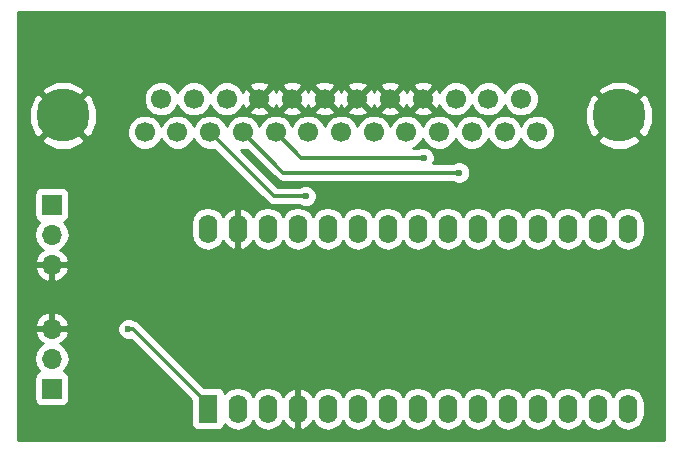
<source format=gbl>
G04 #@! TF.FileFunction,Copper,L2,Bot,Signal*
%FSLAX46Y46*%
G04 Gerber Fmt 4.6, Leading zero omitted, Abs format (unit mm)*
G04 Created by KiCad (PCBNEW 4.0.5) date 07/09/17 13:00:44*
%MOMM*%
%LPD*%
G01*
G04 APERTURE LIST*
%ADD10C,0.100000*%
%ADD11R,1.600000X2.400000*%
%ADD12O,1.600000X2.400000*%
%ADD13R,1.700000X1.700000*%
%ADD14O,1.700000X1.700000*%
%ADD15C,4.500000*%
%ADD16C,1.700000*%
%ADD17C,0.600000*%
%ADD18C,0.300000*%
%ADD19C,0.254000*%
G04 APERTURE END LIST*
D10*
D11*
X186220000Y-121240000D03*
D12*
X219240000Y-106000000D03*
X188760000Y-121240000D03*
X216700000Y-106000000D03*
X191300000Y-121240000D03*
X214160000Y-106000000D03*
X193840000Y-121240000D03*
X211620000Y-106000000D03*
X196380000Y-121240000D03*
X209080000Y-106000000D03*
X198920000Y-121240000D03*
X206540000Y-106000000D03*
X201460000Y-121240000D03*
X204000000Y-106000000D03*
X204000000Y-121240000D03*
X201460000Y-106000000D03*
X206540000Y-121240000D03*
X198920000Y-106000000D03*
X209080000Y-121240000D03*
X196380000Y-106000000D03*
X211620000Y-121240000D03*
X193840000Y-106000000D03*
X214160000Y-121240000D03*
X191300000Y-106000000D03*
X216700000Y-121240000D03*
X188760000Y-106000000D03*
X219240000Y-121240000D03*
X186220000Y-106000000D03*
X221780000Y-121240000D03*
X221780000Y-106000000D03*
D13*
X173000000Y-103960000D03*
D14*
X173000000Y-106500000D03*
X173000000Y-109040000D03*
D13*
X173000000Y-119540000D03*
D14*
X173000000Y-117000000D03*
X173000000Y-114460000D03*
D15*
X173950000Y-96420000D03*
X221050000Y-96420000D03*
D16*
X214120000Y-97840000D03*
X211350000Y-97840000D03*
X208580000Y-97840000D03*
X205810000Y-97840000D03*
X203040000Y-97840000D03*
X200270000Y-97840000D03*
X197500000Y-97840000D03*
X194730000Y-97840000D03*
X191960000Y-97840000D03*
X189190000Y-97840000D03*
X186420000Y-97840000D03*
X183650000Y-97840000D03*
X180880000Y-97840000D03*
X212735000Y-95000000D03*
X209965000Y-95000000D03*
X207195000Y-95000000D03*
X204425000Y-95000000D03*
X201655000Y-95000000D03*
X198885000Y-95000000D03*
X196115000Y-95000000D03*
X193345000Y-95000000D03*
X190575000Y-95000000D03*
X187805000Y-95000000D03*
X185035000Y-95000000D03*
X182265000Y-95000000D03*
D17*
X176500000Y-108750000D03*
X182750000Y-111500000D03*
X179500000Y-118250000D03*
X176000000Y-117250000D03*
X204500000Y-100000000D03*
X207500000Y-101250000D03*
X194500000Y-103250000D03*
X179500000Y-114500000D03*
D18*
X191960000Y-97840000D02*
X194120000Y-100000000D01*
X194120000Y-100000000D02*
X204500000Y-100000000D01*
X192600000Y-101250000D02*
X207500000Y-101250000D01*
X189190000Y-97840000D02*
X192600000Y-101250000D01*
X191830000Y-103250000D02*
X194500000Y-103250000D01*
X186420000Y-97840000D02*
X191830000Y-103250000D01*
X186220000Y-121240000D02*
X186220000Y-120840000D01*
X186220000Y-120840000D02*
X179880000Y-114500000D01*
X179880000Y-114500000D02*
X179500000Y-114500000D01*
D19*
G36*
X224873000Y-123873000D02*
X170127000Y-123873000D01*
X170127000Y-117000000D01*
X171485907Y-117000000D01*
X171598946Y-117568285D01*
X171920853Y-118050054D01*
X171962452Y-118077850D01*
X171914683Y-118086838D01*
X171698559Y-118225910D01*
X171553569Y-118438110D01*
X171502560Y-118690000D01*
X171502560Y-120390000D01*
X171546838Y-120625317D01*
X171685910Y-120841441D01*
X171898110Y-120986431D01*
X172150000Y-121037440D01*
X173850000Y-121037440D01*
X174085317Y-120993162D01*
X174301441Y-120854090D01*
X174446431Y-120641890D01*
X174497440Y-120390000D01*
X174497440Y-118690000D01*
X174453162Y-118454683D01*
X174314090Y-118238559D01*
X174101890Y-118093569D01*
X174034459Y-118079914D01*
X174079147Y-118050054D01*
X174401054Y-117568285D01*
X174514093Y-117000000D01*
X174401054Y-116431715D01*
X174079147Y-115949946D01*
X173738447Y-115722298D01*
X173881358Y-115655183D01*
X174271645Y-115226924D01*
X174441476Y-114816890D01*
X174371962Y-114685167D01*
X178564838Y-114685167D01*
X178706883Y-115028943D01*
X178969673Y-115292192D01*
X179313201Y-115434838D01*
X179685167Y-115435162D01*
X179699204Y-115429362D01*
X184772560Y-120502718D01*
X184772560Y-122440000D01*
X184816838Y-122675317D01*
X184955910Y-122891441D01*
X185168110Y-123036431D01*
X185420000Y-123087440D01*
X187020000Y-123087440D01*
X187255317Y-123043162D01*
X187471441Y-122904090D01*
X187616431Y-122691890D01*
X187646597Y-122542926D01*
X187745302Y-122690648D01*
X188210849Y-123001717D01*
X188760000Y-123110950D01*
X189309151Y-123001717D01*
X189774698Y-122690648D01*
X190030000Y-122308562D01*
X190285302Y-122690648D01*
X190750849Y-123001717D01*
X191300000Y-123110950D01*
X191849151Y-123001717D01*
X192314698Y-122690648D01*
X192567507Y-122312293D01*
X192915104Y-122744500D01*
X193408181Y-123014367D01*
X193490961Y-123031904D01*
X193713000Y-122909915D01*
X193713000Y-121367000D01*
X193693000Y-121367000D01*
X193693000Y-121113000D01*
X193713000Y-121113000D01*
X193713000Y-119570085D01*
X193967000Y-119570085D01*
X193967000Y-121113000D01*
X193987000Y-121113000D01*
X193987000Y-121367000D01*
X193967000Y-121367000D01*
X193967000Y-122909915D01*
X194189039Y-123031904D01*
X194271819Y-123014367D01*
X194764896Y-122744500D01*
X195112493Y-122312293D01*
X195365302Y-122690648D01*
X195830849Y-123001717D01*
X196380000Y-123110950D01*
X196929151Y-123001717D01*
X197394698Y-122690648D01*
X197650000Y-122308562D01*
X197905302Y-122690648D01*
X198370849Y-123001717D01*
X198920000Y-123110950D01*
X199469151Y-123001717D01*
X199934698Y-122690648D01*
X200190000Y-122308562D01*
X200445302Y-122690648D01*
X200910849Y-123001717D01*
X201460000Y-123110950D01*
X202009151Y-123001717D01*
X202474698Y-122690648D01*
X202730000Y-122308562D01*
X202985302Y-122690648D01*
X203450849Y-123001717D01*
X204000000Y-123110950D01*
X204549151Y-123001717D01*
X205014698Y-122690648D01*
X205270000Y-122308562D01*
X205525302Y-122690648D01*
X205990849Y-123001717D01*
X206540000Y-123110950D01*
X207089151Y-123001717D01*
X207554698Y-122690648D01*
X207810000Y-122308562D01*
X208065302Y-122690648D01*
X208530849Y-123001717D01*
X209080000Y-123110950D01*
X209629151Y-123001717D01*
X210094698Y-122690648D01*
X210350000Y-122308562D01*
X210605302Y-122690648D01*
X211070849Y-123001717D01*
X211620000Y-123110950D01*
X212169151Y-123001717D01*
X212634698Y-122690648D01*
X212890000Y-122308562D01*
X213145302Y-122690648D01*
X213610849Y-123001717D01*
X214160000Y-123110950D01*
X214709151Y-123001717D01*
X215174698Y-122690648D01*
X215430000Y-122308562D01*
X215685302Y-122690648D01*
X216150849Y-123001717D01*
X216700000Y-123110950D01*
X217249151Y-123001717D01*
X217714698Y-122690648D01*
X217970000Y-122308562D01*
X218225302Y-122690648D01*
X218690849Y-123001717D01*
X219240000Y-123110950D01*
X219789151Y-123001717D01*
X220254698Y-122690648D01*
X220510000Y-122308562D01*
X220765302Y-122690648D01*
X221230849Y-123001717D01*
X221780000Y-123110950D01*
X222329151Y-123001717D01*
X222794698Y-122690648D01*
X223105767Y-122225101D01*
X223215000Y-121675950D01*
X223215000Y-120804050D01*
X223105767Y-120254899D01*
X222794698Y-119789352D01*
X222329151Y-119478283D01*
X221780000Y-119369050D01*
X221230849Y-119478283D01*
X220765302Y-119789352D01*
X220510000Y-120171438D01*
X220254698Y-119789352D01*
X219789151Y-119478283D01*
X219240000Y-119369050D01*
X218690849Y-119478283D01*
X218225302Y-119789352D01*
X217970000Y-120171438D01*
X217714698Y-119789352D01*
X217249151Y-119478283D01*
X216700000Y-119369050D01*
X216150849Y-119478283D01*
X215685302Y-119789352D01*
X215430000Y-120171438D01*
X215174698Y-119789352D01*
X214709151Y-119478283D01*
X214160000Y-119369050D01*
X213610849Y-119478283D01*
X213145302Y-119789352D01*
X212890000Y-120171438D01*
X212634698Y-119789352D01*
X212169151Y-119478283D01*
X211620000Y-119369050D01*
X211070849Y-119478283D01*
X210605302Y-119789352D01*
X210350000Y-120171438D01*
X210094698Y-119789352D01*
X209629151Y-119478283D01*
X209080000Y-119369050D01*
X208530849Y-119478283D01*
X208065302Y-119789352D01*
X207810000Y-120171438D01*
X207554698Y-119789352D01*
X207089151Y-119478283D01*
X206540000Y-119369050D01*
X205990849Y-119478283D01*
X205525302Y-119789352D01*
X205270000Y-120171438D01*
X205014698Y-119789352D01*
X204549151Y-119478283D01*
X204000000Y-119369050D01*
X203450849Y-119478283D01*
X202985302Y-119789352D01*
X202730000Y-120171438D01*
X202474698Y-119789352D01*
X202009151Y-119478283D01*
X201460000Y-119369050D01*
X200910849Y-119478283D01*
X200445302Y-119789352D01*
X200190000Y-120171438D01*
X199934698Y-119789352D01*
X199469151Y-119478283D01*
X198920000Y-119369050D01*
X198370849Y-119478283D01*
X197905302Y-119789352D01*
X197650000Y-120171438D01*
X197394698Y-119789352D01*
X196929151Y-119478283D01*
X196380000Y-119369050D01*
X195830849Y-119478283D01*
X195365302Y-119789352D01*
X195112493Y-120167707D01*
X194764896Y-119735500D01*
X194271819Y-119465633D01*
X194189039Y-119448096D01*
X193967000Y-119570085D01*
X193713000Y-119570085D01*
X193490961Y-119448096D01*
X193408181Y-119465633D01*
X192915104Y-119735500D01*
X192567507Y-120167707D01*
X192314698Y-119789352D01*
X191849151Y-119478283D01*
X191300000Y-119369050D01*
X190750849Y-119478283D01*
X190285302Y-119789352D01*
X190030000Y-120171438D01*
X189774698Y-119789352D01*
X189309151Y-119478283D01*
X188760000Y-119369050D01*
X188210849Y-119478283D01*
X187745302Y-119789352D01*
X187647749Y-119935350D01*
X187623162Y-119804683D01*
X187484090Y-119588559D01*
X187271890Y-119443569D01*
X187020000Y-119392560D01*
X185882718Y-119392560D01*
X180435079Y-113944921D01*
X180180407Y-113774755D01*
X180076531Y-113754093D01*
X180030327Y-113707808D01*
X179686799Y-113565162D01*
X179314833Y-113564838D01*
X178971057Y-113706883D01*
X178707808Y-113969673D01*
X178565162Y-114313201D01*
X178564838Y-114685167D01*
X174371962Y-114685167D01*
X174320155Y-114587000D01*
X173127000Y-114587000D01*
X173127000Y-114607000D01*
X172873000Y-114607000D01*
X172873000Y-114587000D01*
X171679845Y-114587000D01*
X171558524Y-114816890D01*
X171728355Y-115226924D01*
X172118642Y-115655183D01*
X172261553Y-115722298D01*
X171920853Y-115949946D01*
X171598946Y-116431715D01*
X171485907Y-117000000D01*
X170127000Y-117000000D01*
X170127000Y-114103110D01*
X171558524Y-114103110D01*
X171679845Y-114333000D01*
X172873000Y-114333000D01*
X172873000Y-113139181D01*
X173127000Y-113139181D01*
X173127000Y-114333000D01*
X174320155Y-114333000D01*
X174441476Y-114103110D01*
X174271645Y-113693076D01*
X173881358Y-113264817D01*
X173356892Y-113018514D01*
X173127000Y-113139181D01*
X172873000Y-113139181D01*
X172643108Y-113018514D01*
X172118642Y-113264817D01*
X171728355Y-113693076D01*
X171558524Y-114103110D01*
X170127000Y-114103110D01*
X170127000Y-109396890D01*
X171558524Y-109396890D01*
X171728355Y-109806924D01*
X172118642Y-110235183D01*
X172643108Y-110481486D01*
X172873000Y-110360819D01*
X172873000Y-109167000D01*
X173127000Y-109167000D01*
X173127000Y-110360819D01*
X173356892Y-110481486D01*
X173881358Y-110235183D01*
X174271645Y-109806924D01*
X174441476Y-109396890D01*
X174320155Y-109167000D01*
X173127000Y-109167000D01*
X172873000Y-109167000D01*
X171679845Y-109167000D01*
X171558524Y-109396890D01*
X170127000Y-109396890D01*
X170127000Y-106500000D01*
X171485907Y-106500000D01*
X171598946Y-107068285D01*
X171920853Y-107550054D01*
X172261553Y-107777702D01*
X172118642Y-107844817D01*
X171728355Y-108273076D01*
X171558524Y-108683110D01*
X171679845Y-108913000D01*
X172873000Y-108913000D01*
X172873000Y-108893000D01*
X173127000Y-108893000D01*
X173127000Y-108913000D01*
X174320155Y-108913000D01*
X174441476Y-108683110D01*
X174271645Y-108273076D01*
X173881358Y-107844817D01*
X173738447Y-107777702D01*
X174079147Y-107550054D01*
X174401054Y-107068285D01*
X174514093Y-106500000D01*
X174401054Y-105931715D01*
X174155389Y-105564050D01*
X184785000Y-105564050D01*
X184785000Y-106435950D01*
X184894233Y-106985101D01*
X185205302Y-107450648D01*
X185670849Y-107761717D01*
X186220000Y-107870950D01*
X186769151Y-107761717D01*
X187234698Y-107450648D01*
X187487507Y-107072293D01*
X187835104Y-107504500D01*
X188328181Y-107774367D01*
X188410961Y-107791904D01*
X188633000Y-107669915D01*
X188633000Y-106127000D01*
X188613000Y-106127000D01*
X188613000Y-105873000D01*
X188633000Y-105873000D01*
X188633000Y-104330085D01*
X188887000Y-104330085D01*
X188887000Y-105873000D01*
X188907000Y-105873000D01*
X188907000Y-106127000D01*
X188887000Y-106127000D01*
X188887000Y-107669915D01*
X189109039Y-107791904D01*
X189191819Y-107774367D01*
X189684896Y-107504500D01*
X190032493Y-107072293D01*
X190285302Y-107450648D01*
X190750849Y-107761717D01*
X191300000Y-107870950D01*
X191849151Y-107761717D01*
X192314698Y-107450648D01*
X192570000Y-107068562D01*
X192825302Y-107450648D01*
X193290849Y-107761717D01*
X193840000Y-107870950D01*
X194389151Y-107761717D01*
X194854698Y-107450648D01*
X195110000Y-107068562D01*
X195365302Y-107450648D01*
X195830849Y-107761717D01*
X196380000Y-107870950D01*
X196929151Y-107761717D01*
X197394698Y-107450648D01*
X197650000Y-107068562D01*
X197905302Y-107450648D01*
X198370849Y-107761717D01*
X198920000Y-107870950D01*
X199469151Y-107761717D01*
X199934698Y-107450648D01*
X200190000Y-107068562D01*
X200445302Y-107450648D01*
X200910849Y-107761717D01*
X201460000Y-107870950D01*
X202009151Y-107761717D01*
X202474698Y-107450648D01*
X202730000Y-107068562D01*
X202985302Y-107450648D01*
X203450849Y-107761717D01*
X204000000Y-107870950D01*
X204549151Y-107761717D01*
X205014698Y-107450648D01*
X205270000Y-107068562D01*
X205525302Y-107450648D01*
X205990849Y-107761717D01*
X206540000Y-107870950D01*
X207089151Y-107761717D01*
X207554698Y-107450648D01*
X207810000Y-107068562D01*
X208065302Y-107450648D01*
X208530849Y-107761717D01*
X209080000Y-107870950D01*
X209629151Y-107761717D01*
X210094698Y-107450648D01*
X210350000Y-107068562D01*
X210605302Y-107450648D01*
X211070849Y-107761717D01*
X211620000Y-107870950D01*
X212169151Y-107761717D01*
X212634698Y-107450648D01*
X212890000Y-107068562D01*
X213145302Y-107450648D01*
X213610849Y-107761717D01*
X214160000Y-107870950D01*
X214709151Y-107761717D01*
X215174698Y-107450648D01*
X215430000Y-107068562D01*
X215685302Y-107450648D01*
X216150849Y-107761717D01*
X216700000Y-107870950D01*
X217249151Y-107761717D01*
X217714698Y-107450648D01*
X217970000Y-107068562D01*
X218225302Y-107450648D01*
X218690849Y-107761717D01*
X219240000Y-107870950D01*
X219789151Y-107761717D01*
X220254698Y-107450648D01*
X220510000Y-107068562D01*
X220765302Y-107450648D01*
X221230849Y-107761717D01*
X221780000Y-107870950D01*
X222329151Y-107761717D01*
X222794698Y-107450648D01*
X223105767Y-106985101D01*
X223215000Y-106435950D01*
X223215000Y-105564050D01*
X223105767Y-105014899D01*
X222794698Y-104549352D01*
X222329151Y-104238283D01*
X221780000Y-104129050D01*
X221230849Y-104238283D01*
X220765302Y-104549352D01*
X220510000Y-104931438D01*
X220254698Y-104549352D01*
X219789151Y-104238283D01*
X219240000Y-104129050D01*
X218690849Y-104238283D01*
X218225302Y-104549352D01*
X217970000Y-104931438D01*
X217714698Y-104549352D01*
X217249151Y-104238283D01*
X216700000Y-104129050D01*
X216150849Y-104238283D01*
X215685302Y-104549352D01*
X215430000Y-104931438D01*
X215174698Y-104549352D01*
X214709151Y-104238283D01*
X214160000Y-104129050D01*
X213610849Y-104238283D01*
X213145302Y-104549352D01*
X212890000Y-104931438D01*
X212634698Y-104549352D01*
X212169151Y-104238283D01*
X211620000Y-104129050D01*
X211070849Y-104238283D01*
X210605302Y-104549352D01*
X210350000Y-104931438D01*
X210094698Y-104549352D01*
X209629151Y-104238283D01*
X209080000Y-104129050D01*
X208530849Y-104238283D01*
X208065302Y-104549352D01*
X207810000Y-104931438D01*
X207554698Y-104549352D01*
X207089151Y-104238283D01*
X206540000Y-104129050D01*
X205990849Y-104238283D01*
X205525302Y-104549352D01*
X205270000Y-104931438D01*
X205014698Y-104549352D01*
X204549151Y-104238283D01*
X204000000Y-104129050D01*
X203450849Y-104238283D01*
X202985302Y-104549352D01*
X202730000Y-104931438D01*
X202474698Y-104549352D01*
X202009151Y-104238283D01*
X201460000Y-104129050D01*
X200910849Y-104238283D01*
X200445302Y-104549352D01*
X200190000Y-104931438D01*
X199934698Y-104549352D01*
X199469151Y-104238283D01*
X198920000Y-104129050D01*
X198370849Y-104238283D01*
X197905302Y-104549352D01*
X197650000Y-104931438D01*
X197394698Y-104549352D01*
X196929151Y-104238283D01*
X196380000Y-104129050D01*
X195830849Y-104238283D01*
X195365302Y-104549352D01*
X195110000Y-104931438D01*
X194854698Y-104549352D01*
X194389151Y-104238283D01*
X193840000Y-104129050D01*
X193290849Y-104238283D01*
X192825302Y-104549352D01*
X192570000Y-104931438D01*
X192314698Y-104549352D01*
X191849151Y-104238283D01*
X191300000Y-104129050D01*
X190750849Y-104238283D01*
X190285302Y-104549352D01*
X190032493Y-104927707D01*
X189684896Y-104495500D01*
X189191819Y-104225633D01*
X189109039Y-104208096D01*
X188887000Y-104330085D01*
X188633000Y-104330085D01*
X188410961Y-104208096D01*
X188328181Y-104225633D01*
X187835104Y-104495500D01*
X187487507Y-104927707D01*
X187234698Y-104549352D01*
X186769151Y-104238283D01*
X186220000Y-104129050D01*
X185670849Y-104238283D01*
X185205302Y-104549352D01*
X184894233Y-105014899D01*
X184785000Y-105564050D01*
X174155389Y-105564050D01*
X174079147Y-105449946D01*
X174037548Y-105422150D01*
X174085317Y-105413162D01*
X174301441Y-105274090D01*
X174446431Y-105061890D01*
X174497440Y-104810000D01*
X174497440Y-103110000D01*
X174453162Y-102874683D01*
X174314090Y-102658559D01*
X174101890Y-102513569D01*
X173850000Y-102462560D01*
X172150000Y-102462560D01*
X171914683Y-102506838D01*
X171698559Y-102645910D01*
X171553569Y-102858110D01*
X171502560Y-103110000D01*
X171502560Y-104810000D01*
X171546838Y-105045317D01*
X171685910Y-105261441D01*
X171898110Y-105406431D01*
X171965541Y-105420086D01*
X171920853Y-105449946D01*
X171598946Y-105931715D01*
X171485907Y-106500000D01*
X170127000Y-106500000D01*
X170127000Y-98475467D01*
X172074138Y-98475467D01*
X172325375Y-98872169D01*
X173387446Y-99307227D01*
X174535162Y-99302730D01*
X175574625Y-98872169D01*
X175825862Y-98475467D01*
X173950000Y-96599605D01*
X172074138Y-98475467D01*
X170127000Y-98475467D01*
X170127000Y-95857446D01*
X171062773Y-95857446D01*
X171067270Y-97005162D01*
X171497831Y-98044625D01*
X171894533Y-98295862D01*
X173770395Y-96420000D01*
X174129605Y-96420000D01*
X176005467Y-98295862D01*
X176260905Y-98134089D01*
X179394743Y-98134089D01*
X179620344Y-98680086D01*
X180037717Y-99098188D01*
X180583319Y-99324742D01*
X181174089Y-99325257D01*
X181720086Y-99099656D01*
X182138188Y-98682283D01*
X182265032Y-98376808D01*
X182390344Y-98680086D01*
X182807717Y-99098188D01*
X183353319Y-99324742D01*
X183944089Y-99325257D01*
X184490086Y-99099656D01*
X184908188Y-98682283D01*
X185035032Y-98376808D01*
X185160344Y-98680086D01*
X185577717Y-99098188D01*
X186123319Y-99324742D01*
X186714089Y-99325257D01*
X186771413Y-99301571D01*
X191274921Y-103805079D01*
X191529593Y-103975245D01*
X191830000Y-104035000D01*
X193962494Y-104035000D01*
X193969673Y-104042192D01*
X194313201Y-104184838D01*
X194685167Y-104185162D01*
X195028943Y-104043117D01*
X195292192Y-103780327D01*
X195434838Y-103436799D01*
X195435162Y-103064833D01*
X195293117Y-102721057D01*
X195030327Y-102457808D01*
X194686799Y-102315162D01*
X194314833Y-102314838D01*
X193971057Y-102456883D01*
X193962926Y-102465000D01*
X192155158Y-102465000D01*
X189015006Y-99324848D01*
X189484089Y-99325257D01*
X189541413Y-99301571D01*
X192044921Y-101805079D01*
X192299593Y-101975245D01*
X192600000Y-102035000D01*
X206962494Y-102035000D01*
X206969673Y-102042192D01*
X207313201Y-102184838D01*
X207685167Y-102185162D01*
X208028943Y-102043117D01*
X208292192Y-101780327D01*
X208434838Y-101436799D01*
X208435162Y-101064833D01*
X208293117Y-100721057D01*
X208030327Y-100457808D01*
X207686799Y-100315162D01*
X207314833Y-100314838D01*
X206971057Y-100456883D01*
X206962926Y-100465000D01*
X205319318Y-100465000D01*
X205434838Y-100186799D01*
X205435162Y-99814833D01*
X205293117Y-99471057D01*
X205030327Y-99207808D01*
X204686799Y-99065162D01*
X204314833Y-99064838D01*
X203971057Y-99206883D01*
X203962926Y-99215000D01*
X203600932Y-99215000D01*
X203880086Y-99099656D01*
X204298188Y-98682283D01*
X204425032Y-98376808D01*
X204550344Y-98680086D01*
X204967717Y-99098188D01*
X205513319Y-99324742D01*
X206104089Y-99325257D01*
X206650086Y-99099656D01*
X207068188Y-98682283D01*
X207195032Y-98376808D01*
X207320344Y-98680086D01*
X207737717Y-99098188D01*
X208283319Y-99324742D01*
X208874089Y-99325257D01*
X209420086Y-99099656D01*
X209838188Y-98682283D01*
X209965032Y-98376808D01*
X210090344Y-98680086D01*
X210507717Y-99098188D01*
X211053319Y-99324742D01*
X211644089Y-99325257D01*
X212190086Y-99099656D01*
X212608188Y-98682283D01*
X212735032Y-98376808D01*
X212860344Y-98680086D01*
X213277717Y-99098188D01*
X213823319Y-99324742D01*
X214414089Y-99325257D01*
X214960086Y-99099656D01*
X215378188Y-98682283D01*
X215464065Y-98475467D01*
X219174138Y-98475467D01*
X219425375Y-98872169D01*
X220487446Y-99307227D01*
X221635162Y-99302730D01*
X222674625Y-98872169D01*
X222925862Y-98475467D01*
X221050000Y-96599605D01*
X219174138Y-98475467D01*
X215464065Y-98475467D01*
X215604742Y-98136681D01*
X215605257Y-97545911D01*
X215379656Y-96999914D01*
X214962283Y-96581812D01*
X214416681Y-96355258D01*
X213825911Y-96354743D01*
X213279914Y-96580344D01*
X212861812Y-96997717D01*
X212734968Y-97303192D01*
X212609656Y-96999914D01*
X212192283Y-96581812D01*
X211646681Y-96355258D01*
X211055911Y-96354743D01*
X210509914Y-96580344D01*
X210091812Y-96997717D01*
X209964968Y-97303192D01*
X209839656Y-96999914D01*
X209422283Y-96581812D01*
X208876681Y-96355258D01*
X208285911Y-96354743D01*
X207739914Y-96580344D01*
X207321812Y-96997717D01*
X207194968Y-97303192D01*
X207069656Y-96999914D01*
X206652283Y-96581812D01*
X206106681Y-96355258D01*
X205515911Y-96354743D01*
X204969914Y-96580344D01*
X204551812Y-96997717D01*
X204424968Y-97303192D01*
X204299656Y-96999914D01*
X203882283Y-96581812D01*
X203336681Y-96355258D01*
X202745911Y-96354743D01*
X202199914Y-96580344D01*
X201781812Y-96997717D01*
X201654968Y-97303192D01*
X201529656Y-96999914D01*
X201112283Y-96581812D01*
X200566681Y-96355258D01*
X199975911Y-96354743D01*
X199429914Y-96580344D01*
X199011812Y-96997717D01*
X198884968Y-97303192D01*
X198759656Y-96999914D01*
X198342283Y-96581812D01*
X197796681Y-96355258D01*
X197205911Y-96354743D01*
X196659914Y-96580344D01*
X196241812Y-96997717D01*
X196114968Y-97303192D01*
X195989656Y-96999914D01*
X195572283Y-96581812D01*
X195026681Y-96355258D01*
X194435911Y-96354743D01*
X193889914Y-96580344D01*
X193471812Y-96997717D01*
X193344968Y-97303192D01*
X193219656Y-96999914D01*
X192802283Y-96581812D01*
X192256681Y-96355258D01*
X191665911Y-96354743D01*
X191119914Y-96580344D01*
X190701812Y-96997717D01*
X190574968Y-97303192D01*
X190449656Y-96999914D01*
X190032283Y-96581812D01*
X189486681Y-96355258D01*
X188895911Y-96354743D01*
X188349914Y-96580344D01*
X187931812Y-96997717D01*
X187804968Y-97303192D01*
X187679656Y-96999914D01*
X187262283Y-96581812D01*
X186716681Y-96355258D01*
X186125911Y-96354743D01*
X185579914Y-96580344D01*
X185161812Y-96997717D01*
X185034968Y-97303192D01*
X184909656Y-96999914D01*
X184492283Y-96581812D01*
X183946681Y-96355258D01*
X183355911Y-96354743D01*
X182809914Y-96580344D01*
X182391812Y-96997717D01*
X182264968Y-97303192D01*
X182139656Y-96999914D01*
X181722283Y-96581812D01*
X181176681Y-96355258D01*
X180585911Y-96354743D01*
X180039914Y-96580344D01*
X179621812Y-96997717D01*
X179395258Y-97543319D01*
X179394743Y-98134089D01*
X176260905Y-98134089D01*
X176402169Y-98044625D01*
X176837227Y-96982554D01*
X176832730Y-95834838D01*
X176608744Y-95294089D01*
X180779743Y-95294089D01*
X181005344Y-95840086D01*
X181422717Y-96258188D01*
X181968319Y-96484742D01*
X182559089Y-96485257D01*
X183105086Y-96259656D01*
X183523188Y-95842283D01*
X183650032Y-95536808D01*
X183775344Y-95840086D01*
X184192717Y-96258188D01*
X184738319Y-96484742D01*
X185329089Y-96485257D01*
X185875086Y-96259656D01*
X186293188Y-95842283D01*
X186420032Y-95536808D01*
X186545344Y-95840086D01*
X186962717Y-96258188D01*
X187508319Y-96484742D01*
X188099089Y-96485257D01*
X188645086Y-96259656D01*
X188861160Y-96043958D01*
X189710647Y-96043958D01*
X189790920Y-96295259D01*
X190346279Y-96496718D01*
X190936458Y-96470315D01*
X191359080Y-96295259D01*
X191439353Y-96043958D01*
X192480647Y-96043958D01*
X192560920Y-96295259D01*
X193116279Y-96496718D01*
X193706458Y-96470315D01*
X194129080Y-96295259D01*
X194209353Y-96043958D01*
X195250647Y-96043958D01*
X195330920Y-96295259D01*
X195886279Y-96496718D01*
X196476458Y-96470315D01*
X196899080Y-96295259D01*
X196979353Y-96043958D01*
X198020647Y-96043958D01*
X198100920Y-96295259D01*
X198656279Y-96496718D01*
X199246458Y-96470315D01*
X199669080Y-96295259D01*
X199749353Y-96043958D01*
X200790647Y-96043958D01*
X200870920Y-96295259D01*
X201426279Y-96496718D01*
X202016458Y-96470315D01*
X202439080Y-96295259D01*
X202519353Y-96043958D01*
X203560647Y-96043958D01*
X203640920Y-96295259D01*
X204196279Y-96496718D01*
X204786458Y-96470315D01*
X205209080Y-96295259D01*
X205289353Y-96043958D01*
X204425000Y-95179605D01*
X203560647Y-96043958D01*
X202519353Y-96043958D01*
X201655000Y-95179605D01*
X200790647Y-96043958D01*
X199749353Y-96043958D01*
X198885000Y-95179605D01*
X198020647Y-96043958D01*
X196979353Y-96043958D01*
X196115000Y-95179605D01*
X195250647Y-96043958D01*
X194209353Y-96043958D01*
X193345000Y-95179605D01*
X192480647Y-96043958D01*
X191439353Y-96043958D01*
X190575000Y-95179605D01*
X189710647Y-96043958D01*
X188861160Y-96043958D01*
X189063188Y-95842283D01*
X189183667Y-95552137D01*
X189279741Y-95784080D01*
X189531042Y-95864353D01*
X190395395Y-95000000D01*
X190754605Y-95000000D01*
X191618958Y-95864353D01*
X191870259Y-95784080D01*
X191954056Y-95553077D01*
X192049741Y-95784080D01*
X192301042Y-95864353D01*
X193165395Y-95000000D01*
X193524605Y-95000000D01*
X194388958Y-95864353D01*
X194640259Y-95784080D01*
X194724056Y-95553077D01*
X194819741Y-95784080D01*
X195071042Y-95864353D01*
X195935395Y-95000000D01*
X196294605Y-95000000D01*
X197158958Y-95864353D01*
X197410259Y-95784080D01*
X197494056Y-95553077D01*
X197589741Y-95784080D01*
X197841042Y-95864353D01*
X198705395Y-95000000D01*
X199064605Y-95000000D01*
X199928958Y-95864353D01*
X200180259Y-95784080D01*
X200264056Y-95553077D01*
X200359741Y-95784080D01*
X200611042Y-95864353D01*
X201475395Y-95000000D01*
X201834605Y-95000000D01*
X202698958Y-95864353D01*
X202950259Y-95784080D01*
X203034056Y-95553077D01*
X203129741Y-95784080D01*
X203381042Y-95864353D01*
X204245395Y-95000000D01*
X204604605Y-95000000D01*
X205468958Y-95864353D01*
X205720259Y-95784080D01*
X205809993Y-95536712D01*
X205935344Y-95840086D01*
X206352717Y-96258188D01*
X206898319Y-96484742D01*
X207489089Y-96485257D01*
X208035086Y-96259656D01*
X208453188Y-95842283D01*
X208580032Y-95536808D01*
X208705344Y-95840086D01*
X209122717Y-96258188D01*
X209668319Y-96484742D01*
X210259089Y-96485257D01*
X210805086Y-96259656D01*
X211223188Y-95842283D01*
X211350032Y-95536808D01*
X211475344Y-95840086D01*
X211892717Y-96258188D01*
X212438319Y-96484742D01*
X213029089Y-96485257D01*
X213575086Y-96259656D01*
X213977998Y-95857446D01*
X218162773Y-95857446D01*
X218167270Y-97005162D01*
X218597831Y-98044625D01*
X218994533Y-98295862D01*
X220870395Y-96420000D01*
X221229605Y-96420000D01*
X223105467Y-98295862D01*
X223502169Y-98044625D01*
X223937227Y-96982554D01*
X223932730Y-95834838D01*
X223502169Y-94795375D01*
X223105467Y-94544138D01*
X221229605Y-96420000D01*
X220870395Y-96420000D01*
X218994533Y-94544138D01*
X218597831Y-94795375D01*
X218162773Y-95857446D01*
X213977998Y-95857446D01*
X213993188Y-95842283D01*
X214219742Y-95296681D01*
X214220257Y-94705911D01*
X214079203Y-94364533D01*
X219174138Y-94364533D01*
X221050000Y-96240395D01*
X222925862Y-94364533D01*
X222674625Y-93967831D01*
X221612554Y-93532773D01*
X220464838Y-93537270D01*
X219425375Y-93967831D01*
X219174138Y-94364533D01*
X214079203Y-94364533D01*
X213994656Y-94159914D01*
X213577283Y-93741812D01*
X213031681Y-93515258D01*
X212440911Y-93514743D01*
X211894914Y-93740344D01*
X211476812Y-94157717D01*
X211349968Y-94463192D01*
X211224656Y-94159914D01*
X210807283Y-93741812D01*
X210261681Y-93515258D01*
X209670911Y-93514743D01*
X209124914Y-93740344D01*
X208706812Y-94157717D01*
X208579968Y-94463192D01*
X208454656Y-94159914D01*
X208037283Y-93741812D01*
X207491681Y-93515258D01*
X206900911Y-93514743D01*
X206354914Y-93740344D01*
X205936812Y-94157717D01*
X205816333Y-94447863D01*
X205720259Y-94215920D01*
X205468958Y-94135647D01*
X204604605Y-95000000D01*
X204245395Y-95000000D01*
X203381042Y-94135647D01*
X203129741Y-94215920D01*
X203045944Y-94446923D01*
X202950259Y-94215920D01*
X202698958Y-94135647D01*
X201834605Y-95000000D01*
X201475395Y-95000000D01*
X200611042Y-94135647D01*
X200359741Y-94215920D01*
X200275944Y-94446923D01*
X200180259Y-94215920D01*
X199928958Y-94135647D01*
X199064605Y-95000000D01*
X198705395Y-95000000D01*
X197841042Y-94135647D01*
X197589741Y-94215920D01*
X197505944Y-94446923D01*
X197410259Y-94215920D01*
X197158958Y-94135647D01*
X196294605Y-95000000D01*
X195935395Y-95000000D01*
X195071042Y-94135647D01*
X194819741Y-94215920D01*
X194735944Y-94446923D01*
X194640259Y-94215920D01*
X194388958Y-94135647D01*
X193524605Y-95000000D01*
X193165395Y-95000000D01*
X192301042Y-94135647D01*
X192049741Y-94215920D01*
X191965944Y-94446923D01*
X191870259Y-94215920D01*
X191618958Y-94135647D01*
X190754605Y-95000000D01*
X190395395Y-95000000D01*
X189531042Y-94135647D01*
X189279741Y-94215920D01*
X189190007Y-94463288D01*
X189064656Y-94159914D01*
X188861140Y-93956042D01*
X189710647Y-93956042D01*
X190575000Y-94820395D01*
X191439353Y-93956042D01*
X192480647Y-93956042D01*
X193345000Y-94820395D01*
X194209353Y-93956042D01*
X195250647Y-93956042D01*
X196115000Y-94820395D01*
X196979353Y-93956042D01*
X198020647Y-93956042D01*
X198885000Y-94820395D01*
X199749353Y-93956042D01*
X200790647Y-93956042D01*
X201655000Y-94820395D01*
X202519353Y-93956042D01*
X203560647Y-93956042D01*
X204425000Y-94820395D01*
X205289353Y-93956042D01*
X205209080Y-93704741D01*
X204653721Y-93503282D01*
X204063542Y-93529685D01*
X203640920Y-93704741D01*
X203560647Y-93956042D01*
X202519353Y-93956042D01*
X202439080Y-93704741D01*
X201883721Y-93503282D01*
X201293542Y-93529685D01*
X200870920Y-93704741D01*
X200790647Y-93956042D01*
X199749353Y-93956042D01*
X199669080Y-93704741D01*
X199113721Y-93503282D01*
X198523542Y-93529685D01*
X198100920Y-93704741D01*
X198020647Y-93956042D01*
X196979353Y-93956042D01*
X196899080Y-93704741D01*
X196343721Y-93503282D01*
X195753542Y-93529685D01*
X195330920Y-93704741D01*
X195250647Y-93956042D01*
X194209353Y-93956042D01*
X194129080Y-93704741D01*
X193573721Y-93503282D01*
X192983542Y-93529685D01*
X192560920Y-93704741D01*
X192480647Y-93956042D01*
X191439353Y-93956042D01*
X191359080Y-93704741D01*
X190803721Y-93503282D01*
X190213542Y-93529685D01*
X189790920Y-93704741D01*
X189710647Y-93956042D01*
X188861140Y-93956042D01*
X188647283Y-93741812D01*
X188101681Y-93515258D01*
X187510911Y-93514743D01*
X186964914Y-93740344D01*
X186546812Y-94157717D01*
X186419968Y-94463192D01*
X186294656Y-94159914D01*
X185877283Y-93741812D01*
X185331681Y-93515258D01*
X184740911Y-93514743D01*
X184194914Y-93740344D01*
X183776812Y-94157717D01*
X183649968Y-94463192D01*
X183524656Y-94159914D01*
X183107283Y-93741812D01*
X182561681Y-93515258D01*
X181970911Y-93514743D01*
X181424914Y-93740344D01*
X181006812Y-94157717D01*
X180780258Y-94703319D01*
X180779743Y-95294089D01*
X176608744Y-95294089D01*
X176402169Y-94795375D01*
X176005467Y-94544138D01*
X174129605Y-96420000D01*
X173770395Y-96420000D01*
X171894533Y-94544138D01*
X171497831Y-94795375D01*
X171062773Y-95857446D01*
X170127000Y-95857446D01*
X170127000Y-94364533D01*
X172074138Y-94364533D01*
X173950000Y-96240395D01*
X175825862Y-94364533D01*
X175574625Y-93967831D01*
X174512554Y-93532773D01*
X173364838Y-93537270D01*
X172325375Y-93967831D01*
X172074138Y-94364533D01*
X170127000Y-94364533D01*
X170127000Y-87627000D01*
X224873000Y-87627000D01*
X224873000Y-123873000D01*
X224873000Y-123873000D01*
G37*
X224873000Y-123873000D02*
X170127000Y-123873000D01*
X170127000Y-117000000D01*
X171485907Y-117000000D01*
X171598946Y-117568285D01*
X171920853Y-118050054D01*
X171962452Y-118077850D01*
X171914683Y-118086838D01*
X171698559Y-118225910D01*
X171553569Y-118438110D01*
X171502560Y-118690000D01*
X171502560Y-120390000D01*
X171546838Y-120625317D01*
X171685910Y-120841441D01*
X171898110Y-120986431D01*
X172150000Y-121037440D01*
X173850000Y-121037440D01*
X174085317Y-120993162D01*
X174301441Y-120854090D01*
X174446431Y-120641890D01*
X174497440Y-120390000D01*
X174497440Y-118690000D01*
X174453162Y-118454683D01*
X174314090Y-118238559D01*
X174101890Y-118093569D01*
X174034459Y-118079914D01*
X174079147Y-118050054D01*
X174401054Y-117568285D01*
X174514093Y-117000000D01*
X174401054Y-116431715D01*
X174079147Y-115949946D01*
X173738447Y-115722298D01*
X173881358Y-115655183D01*
X174271645Y-115226924D01*
X174441476Y-114816890D01*
X174371962Y-114685167D01*
X178564838Y-114685167D01*
X178706883Y-115028943D01*
X178969673Y-115292192D01*
X179313201Y-115434838D01*
X179685167Y-115435162D01*
X179699204Y-115429362D01*
X184772560Y-120502718D01*
X184772560Y-122440000D01*
X184816838Y-122675317D01*
X184955910Y-122891441D01*
X185168110Y-123036431D01*
X185420000Y-123087440D01*
X187020000Y-123087440D01*
X187255317Y-123043162D01*
X187471441Y-122904090D01*
X187616431Y-122691890D01*
X187646597Y-122542926D01*
X187745302Y-122690648D01*
X188210849Y-123001717D01*
X188760000Y-123110950D01*
X189309151Y-123001717D01*
X189774698Y-122690648D01*
X190030000Y-122308562D01*
X190285302Y-122690648D01*
X190750849Y-123001717D01*
X191300000Y-123110950D01*
X191849151Y-123001717D01*
X192314698Y-122690648D01*
X192567507Y-122312293D01*
X192915104Y-122744500D01*
X193408181Y-123014367D01*
X193490961Y-123031904D01*
X193713000Y-122909915D01*
X193713000Y-121367000D01*
X193693000Y-121367000D01*
X193693000Y-121113000D01*
X193713000Y-121113000D01*
X193713000Y-119570085D01*
X193967000Y-119570085D01*
X193967000Y-121113000D01*
X193987000Y-121113000D01*
X193987000Y-121367000D01*
X193967000Y-121367000D01*
X193967000Y-122909915D01*
X194189039Y-123031904D01*
X194271819Y-123014367D01*
X194764896Y-122744500D01*
X195112493Y-122312293D01*
X195365302Y-122690648D01*
X195830849Y-123001717D01*
X196380000Y-123110950D01*
X196929151Y-123001717D01*
X197394698Y-122690648D01*
X197650000Y-122308562D01*
X197905302Y-122690648D01*
X198370849Y-123001717D01*
X198920000Y-123110950D01*
X199469151Y-123001717D01*
X199934698Y-122690648D01*
X200190000Y-122308562D01*
X200445302Y-122690648D01*
X200910849Y-123001717D01*
X201460000Y-123110950D01*
X202009151Y-123001717D01*
X202474698Y-122690648D01*
X202730000Y-122308562D01*
X202985302Y-122690648D01*
X203450849Y-123001717D01*
X204000000Y-123110950D01*
X204549151Y-123001717D01*
X205014698Y-122690648D01*
X205270000Y-122308562D01*
X205525302Y-122690648D01*
X205990849Y-123001717D01*
X206540000Y-123110950D01*
X207089151Y-123001717D01*
X207554698Y-122690648D01*
X207810000Y-122308562D01*
X208065302Y-122690648D01*
X208530849Y-123001717D01*
X209080000Y-123110950D01*
X209629151Y-123001717D01*
X210094698Y-122690648D01*
X210350000Y-122308562D01*
X210605302Y-122690648D01*
X211070849Y-123001717D01*
X211620000Y-123110950D01*
X212169151Y-123001717D01*
X212634698Y-122690648D01*
X212890000Y-122308562D01*
X213145302Y-122690648D01*
X213610849Y-123001717D01*
X214160000Y-123110950D01*
X214709151Y-123001717D01*
X215174698Y-122690648D01*
X215430000Y-122308562D01*
X215685302Y-122690648D01*
X216150849Y-123001717D01*
X216700000Y-123110950D01*
X217249151Y-123001717D01*
X217714698Y-122690648D01*
X217970000Y-122308562D01*
X218225302Y-122690648D01*
X218690849Y-123001717D01*
X219240000Y-123110950D01*
X219789151Y-123001717D01*
X220254698Y-122690648D01*
X220510000Y-122308562D01*
X220765302Y-122690648D01*
X221230849Y-123001717D01*
X221780000Y-123110950D01*
X222329151Y-123001717D01*
X222794698Y-122690648D01*
X223105767Y-122225101D01*
X223215000Y-121675950D01*
X223215000Y-120804050D01*
X223105767Y-120254899D01*
X222794698Y-119789352D01*
X222329151Y-119478283D01*
X221780000Y-119369050D01*
X221230849Y-119478283D01*
X220765302Y-119789352D01*
X220510000Y-120171438D01*
X220254698Y-119789352D01*
X219789151Y-119478283D01*
X219240000Y-119369050D01*
X218690849Y-119478283D01*
X218225302Y-119789352D01*
X217970000Y-120171438D01*
X217714698Y-119789352D01*
X217249151Y-119478283D01*
X216700000Y-119369050D01*
X216150849Y-119478283D01*
X215685302Y-119789352D01*
X215430000Y-120171438D01*
X215174698Y-119789352D01*
X214709151Y-119478283D01*
X214160000Y-119369050D01*
X213610849Y-119478283D01*
X213145302Y-119789352D01*
X212890000Y-120171438D01*
X212634698Y-119789352D01*
X212169151Y-119478283D01*
X211620000Y-119369050D01*
X211070849Y-119478283D01*
X210605302Y-119789352D01*
X210350000Y-120171438D01*
X210094698Y-119789352D01*
X209629151Y-119478283D01*
X209080000Y-119369050D01*
X208530849Y-119478283D01*
X208065302Y-119789352D01*
X207810000Y-120171438D01*
X207554698Y-119789352D01*
X207089151Y-119478283D01*
X206540000Y-119369050D01*
X205990849Y-119478283D01*
X205525302Y-119789352D01*
X205270000Y-120171438D01*
X205014698Y-119789352D01*
X204549151Y-119478283D01*
X204000000Y-119369050D01*
X203450849Y-119478283D01*
X202985302Y-119789352D01*
X202730000Y-120171438D01*
X202474698Y-119789352D01*
X202009151Y-119478283D01*
X201460000Y-119369050D01*
X200910849Y-119478283D01*
X200445302Y-119789352D01*
X200190000Y-120171438D01*
X199934698Y-119789352D01*
X199469151Y-119478283D01*
X198920000Y-119369050D01*
X198370849Y-119478283D01*
X197905302Y-119789352D01*
X197650000Y-120171438D01*
X197394698Y-119789352D01*
X196929151Y-119478283D01*
X196380000Y-119369050D01*
X195830849Y-119478283D01*
X195365302Y-119789352D01*
X195112493Y-120167707D01*
X194764896Y-119735500D01*
X194271819Y-119465633D01*
X194189039Y-119448096D01*
X193967000Y-119570085D01*
X193713000Y-119570085D01*
X193490961Y-119448096D01*
X193408181Y-119465633D01*
X192915104Y-119735500D01*
X192567507Y-120167707D01*
X192314698Y-119789352D01*
X191849151Y-119478283D01*
X191300000Y-119369050D01*
X190750849Y-119478283D01*
X190285302Y-119789352D01*
X190030000Y-120171438D01*
X189774698Y-119789352D01*
X189309151Y-119478283D01*
X188760000Y-119369050D01*
X188210849Y-119478283D01*
X187745302Y-119789352D01*
X187647749Y-119935350D01*
X187623162Y-119804683D01*
X187484090Y-119588559D01*
X187271890Y-119443569D01*
X187020000Y-119392560D01*
X185882718Y-119392560D01*
X180435079Y-113944921D01*
X180180407Y-113774755D01*
X180076531Y-113754093D01*
X180030327Y-113707808D01*
X179686799Y-113565162D01*
X179314833Y-113564838D01*
X178971057Y-113706883D01*
X178707808Y-113969673D01*
X178565162Y-114313201D01*
X178564838Y-114685167D01*
X174371962Y-114685167D01*
X174320155Y-114587000D01*
X173127000Y-114587000D01*
X173127000Y-114607000D01*
X172873000Y-114607000D01*
X172873000Y-114587000D01*
X171679845Y-114587000D01*
X171558524Y-114816890D01*
X171728355Y-115226924D01*
X172118642Y-115655183D01*
X172261553Y-115722298D01*
X171920853Y-115949946D01*
X171598946Y-116431715D01*
X171485907Y-117000000D01*
X170127000Y-117000000D01*
X170127000Y-114103110D01*
X171558524Y-114103110D01*
X171679845Y-114333000D01*
X172873000Y-114333000D01*
X172873000Y-113139181D01*
X173127000Y-113139181D01*
X173127000Y-114333000D01*
X174320155Y-114333000D01*
X174441476Y-114103110D01*
X174271645Y-113693076D01*
X173881358Y-113264817D01*
X173356892Y-113018514D01*
X173127000Y-113139181D01*
X172873000Y-113139181D01*
X172643108Y-113018514D01*
X172118642Y-113264817D01*
X171728355Y-113693076D01*
X171558524Y-114103110D01*
X170127000Y-114103110D01*
X170127000Y-109396890D01*
X171558524Y-109396890D01*
X171728355Y-109806924D01*
X172118642Y-110235183D01*
X172643108Y-110481486D01*
X172873000Y-110360819D01*
X172873000Y-109167000D01*
X173127000Y-109167000D01*
X173127000Y-110360819D01*
X173356892Y-110481486D01*
X173881358Y-110235183D01*
X174271645Y-109806924D01*
X174441476Y-109396890D01*
X174320155Y-109167000D01*
X173127000Y-109167000D01*
X172873000Y-109167000D01*
X171679845Y-109167000D01*
X171558524Y-109396890D01*
X170127000Y-109396890D01*
X170127000Y-106500000D01*
X171485907Y-106500000D01*
X171598946Y-107068285D01*
X171920853Y-107550054D01*
X172261553Y-107777702D01*
X172118642Y-107844817D01*
X171728355Y-108273076D01*
X171558524Y-108683110D01*
X171679845Y-108913000D01*
X172873000Y-108913000D01*
X172873000Y-108893000D01*
X173127000Y-108893000D01*
X173127000Y-108913000D01*
X174320155Y-108913000D01*
X174441476Y-108683110D01*
X174271645Y-108273076D01*
X173881358Y-107844817D01*
X173738447Y-107777702D01*
X174079147Y-107550054D01*
X174401054Y-107068285D01*
X174514093Y-106500000D01*
X174401054Y-105931715D01*
X174155389Y-105564050D01*
X184785000Y-105564050D01*
X184785000Y-106435950D01*
X184894233Y-106985101D01*
X185205302Y-107450648D01*
X185670849Y-107761717D01*
X186220000Y-107870950D01*
X186769151Y-107761717D01*
X187234698Y-107450648D01*
X187487507Y-107072293D01*
X187835104Y-107504500D01*
X188328181Y-107774367D01*
X188410961Y-107791904D01*
X188633000Y-107669915D01*
X188633000Y-106127000D01*
X188613000Y-106127000D01*
X188613000Y-105873000D01*
X188633000Y-105873000D01*
X188633000Y-104330085D01*
X188887000Y-104330085D01*
X188887000Y-105873000D01*
X188907000Y-105873000D01*
X188907000Y-106127000D01*
X188887000Y-106127000D01*
X188887000Y-107669915D01*
X189109039Y-107791904D01*
X189191819Y-107774367D01*
X189684896Y-107504500D01*
X190032493Y-107072293D01*
X190285302Y-107450648D01*
X190750849Y-107761717D01*
X191300000Y-107870950D01*
X191849151Y-107761717D01*
X192314698Y-107450648D01*
X192570000Y-107068562D01*
X192825302Y-107450648D01*
X193290849Y-107761717D01*
X193840000Y-107870950D01*
X194389151Y-107761717D01*
X194854698Y-107450648D01*
X195110000Y-107068562D01*
X195365302Y-107450648D01*
X195830849Y-107761717D01*
X196380000Y-107870950D01*
X196929151Y-107761717D01*
X197394698Y-107450648D01*
X197650000Y-107068562D01*
X197905302Y-107450648D01*
X198370849Y-107761717D01*
X198920000Y-107870950D01*
X199469151Y-107761717D01*
X199934698Y-107450648D01*
X200190000Y-107068562D01*
X200445302Y-107450648D01*
X200910849Y-107761717D01*
X201460000Y-107870950D01*
X202009151Y-107761717D01*
X202474698Y-107450648D01*
X202730000Y-107068562D01*
X202985302Y-107450648D01*
X203450849Y-107761717D01*
X204000000Y-107870950D01*
X204549151Y-107761717D01*
X205014698Y-107450648D01*
X205270000Y-107068562D01*
X205525302Y-107450648D01*
X205990849Y-107761717D01*
X206540000Y-107870950D01*
X207089151Y-107761717D01*
X207554698Y-107450648D01*
X207810000Y-107068562D01*
X208065302Y-107450648D01*
X208530849Y-107761717D01*
X209080000Y-107870950D01*
X209629151Y-107761717D01*
X210094698Y-107450648D01*
X210350000Y-107068562D01*
X210605302Y-107450648D01*
X211070849Y-107761717D01*
X211620000Y-107870950D01*
X212169151Y-107761717D01*
X212634698Y-107450648D01*
X212890000Y-107068562D01*
X213145302Y-107450648D01*
X213610849Y-107761717D01*
X214160000Y-107870950D01*
X214709151Y-107761717D01*
X215174698Y-107450648D01*
X215430000Y-107068562D01*
X215685302Y-107450648D01*
X216150849Y-107761717D01*
X216700000Y-107870950D01*
X217249151Y-107761717D01*
X217714698Y-107450648D01*
X217970000Y-107068562D01*
X218225302Y-107450648D01*
X218690849Y-107761717D01*
X219240000Y-107870950D01*
X219789151Y-107761717D01*
X220254698Y-107450648D01*
X220510000Y-107068562D01*
X220765302Y-107450648D01*
X221230849Y-107761717D01*
X221780000Y-107870950D01*
X222329151Y-107761717D01*
X222794698Y-107450648D01*
X223105767Y-106985101D01*
X223215000Y-106435950D01*
X223215000Y-105564050D01*
X223105767Y-105014899D01*
X222794698Y-104549352D01*
X222329151Y-104238283D01*
X221780000Y-104129050D01*
X221230849Y-104238283D01*
X220765302Y-104549352D01*
X220510000Y-104931438D01*
X220254698Y-104549352D01*
X219789151Y-104238283D01*
X219240000Y-104129050D01*
X218690849Y-104238283D01*
X218225302Y-104549352D01*
X217970000Y-104931438D01*
X217714698Y-104549352D01*
X217249151Y-104238283D01*
X216700000Y-104129050D01*
X216150849Y-104238283D01*
X215685302Y-104549352D01*
X215430000Y-104931438D01*
X215174698Y-104549352D01*
X214709151Y-104238283D01*
X214160000Y-104129050D01*
X213610849Y-104238283D01*
X213145302Y-104549352D01*
X212890000Y-104931438D01*
X212634698Y-104549352D01*
X212169151Y-104238283D01*
X211620000Y-104129050D01*
X211070849Y-104238283D01*
X210605302Y-104549352D01*
X210350000Y-104931438D01*
X210094698Y-104549352D01*
X209629151Y-104238283D01*
X209080000Y-104129050D01*
X208530849Y-104238283D01*
X208065302Y-104549352D01*
X207810000Y-104931438D01*
X207554698Y-104549352D01*
X207089151Y-104238283D01*
X206540000Y-104129050D01*
X205990849Y-104238283D01*
X205525302Y-104549352D01*
X205270000Y-104931438D01*
X205014698Y-104549352D01*
X204549151Y-104238283D01*
X204000000Y-104129050D01*
X203450849Y-104238283D01*
X202985302Y-104549352D01*
X202730000Y-104931438D01*
X202474698Y-104549352D01*
X202009151Y-104238283D01*
X201460000Y-104129050D01*
X200910849Y-104238283D01*
X200445302Y-104549352D01*
X200190000Y-104931438D01*
X199934698Y-104549352D01*
X199469151Y-104238283D01*
X198920000Y-104129050D01*
X198370849Y-104238283D01*
X197905302Y-104549352D01*
X197650000Y-104931438D01*
X197394698Y-104549352D01*
X196929151Y-104238283D01*
X196380000Y-104129050D01*
X195830849Y-104238283D01*
X195365302Y-104549352D01*
X195110000Y-104931438D01*
X194854698Y-104549352D01*
X194389151Y-104238283D01*
X193840000Y-104129050D01*
X193290849Y-104238283D01*
X192825302Y-104549352D01*
X192570000Y-104931438D01*
X192314698Y-104549352D01*
X191849151Y-104238283D01*
X191300000Y-104129050D01*
X190750849Y-104238283D01*
X190285302Y-104549352D01*
X190032493Y-104927707D01*
X189684896Y-104495500D01*
X189191819Y-104225633D01*
X189109039Y-104208096D01*
X188887000Y-104330085D01*
X188633000Y-104330085D01*
X188410961Y-104208096D01*
X188328181Y-104225633D01*
X187835104Y-104495500D01*
X187487507Y-104927707D01*
X187234698Y-104549352D01*
X186769151Y-104238283D01*
X186220000Y-104129050D01*
X185670849Y-104238283D01*
X185205302Y-104549352D01*
X184894233Y-105014899D01*
X184785000Y-105564050D01*
X174155389Y-105564050D01*
X174079147Y-105449946D01*
X174037548Y-105422150D01*
X174085317Y-105413162D01*
X174301441Y-105274090D01*
X174446431Y-105061890D01*
X174497440Y-104810000D01*
X174497440Y-103110000D01*
X174453162Y-102874683D01*
X174314090Y-102658559D01*
X174101890Y-102513569D01*
X173850000Y-102462560D01*
X172150000Y-102462560D01*
X171914683Y-102506838D01*
X171698559Y-102645910D01*
X171553569Y-102858110D01*
X171502560Y-103110000D01*
X171502560Y-104810000D01*
X171546838Y-105045317D01*
X171685910Y-105261441D01*
X171898110Y-105406431D01*
X171965541Y-105420086D01*
X171920853Y-105449946D01*
X171598946Y-105931715D01*
X171485907Y-106500000D01*
X170127000Y-106500000D01*
X170127000Y-98475467D01*
X172074138Y-98475467D01*
X172325375Y-98872169D01*
X173387446Y-99307227D01*
X174535162Y-99302730D01*
X175574625Y-98872169D01*
X175825862Y-98475467D01*
X173950000Y-96599605D01*
X172074138Y-98475467D01*
X170127000Y-98475467D01*
X170127000Y-95857446D01*
X171062773Y-95857446D01*
X171067270Y-97005162D01*
X171497831Y-98044625D01*
X171894533Y-98295862D01*
X173770395Y-96420000D01*
X174129605Y-96420000D01*
X176005467Y-98295862D01*
X176260905Y-98134089D01*
X179394743Y-98134089D01*
X179620344Y-98680086D01*
X180037717Y-99098188D01*
X180583319Y-99324742D01*
X181174089Y-99325257D01*
X181720086Y-99099656D01*
X182138188Y-98682283D01*
X182265032Y-98376808D01*
X182390344Y-98680086D01*
X182807717Y-99098188D01*
X183353319Y-99324742D01*
X183944089Y-99325257D01*
X184490086Y-99099656D01*
X184908188Y-98682283D01*
X185035032Y-98376808D01*
X185160344Y-98680086D01*
X185577717Y-99098188D01*
X186123319Y-99324742D01*
X186714089Y-99325257D01*
X186771413Y-99301571D01*
X191274921Y-103805079D01*
X191529593Y-103975245D01*
X191830000Y-104035000D01*
X193962494Y-104035000D01*
X193969673Y-104042192D01*
X194313201Y-104184838D01*
X194685167Y-104185162D01*
X195028943Y-104043117D01*
X195292192Y-103780327D01*
X195434838Y-103436799D01*
X195435162Y-103064833D01*
X195293117Y-102721057D01*
X195030327Y-102457808D01*
X194686799Y-102315162D01*
X194314833Y-102314838D01*
X193971057Y-102456883D01*
X193962926Y-102465000D01*
X192155158Y-102465000D01*
X189015006Y-99324848D01*
X189484089Y-99325257D01*
X189541413Y-99301571D01*
X192044921Y-101805079D01*
X192299593Y-101975245D01*
X192600000Y-102035000D01*
X206962494Y-102035000D01*
X206969673Y-102042192D01*
X207313201Y-102184838D01*
X207685167Y-102185162D01*
X208028943Y-102043117D01*
X208292192Y-101780327D01*
X208434838Y-101436799D01*
X208435162Y-101064833D01*
X208293117Y-100721057D01*
X208030327Y-100457808D01*
X207686799Y-100315162D01*
X207314833Y-100314838D01*
X206971057Y-100456883D01*
X206962926Y-100465000D01*
X205319318Y-100465000D01*
X205434838Y-100186799D01*
X205435162Y-99814833D01*
X205293117Y-99471057D01*
X205030327Y-99207808D01*
X204686799Y-99065162D01*
X204314833Y-99064838D01*
X203971057Y-99206883D01*
X203962926Y-99215000D01*
X203600932Y-99215000D01*
X203880086Y-99099656D01*
X204298188Y-98682283D01*
X204425032Y-98376808D01*
X204550344Y-98680086D01*
X204967717Y-99098188D01*
X205513319Y-99324742D01*
X206104089Y-99325257D01*
X206650086Y-99099656D01*
X207068188Y-98682283D01*
X207195032Y-98376808D01*
X207320344Y-98680086D01*
X207737717Y-99098188D01*
X208283319Y-99324742D01*
X208874089Y-99325257D01*
X209420086Y-99099656D01*
X209838188Y-98682283D01*
X209965032Y-98376808D01*
X210090344Y-98680086D01*
X210507717Y-99098188D01*
X211053319Y-99324742D01*
X211644089Y-99325257D01*
X212190086Y-99099656D01*
X212608188Y-98682283D01*
X212735032Y-98376808D01*
X212860344Y-98680086D01*
X213277717Y-99098188D01*
X213823319Y-99324742D01*
X214414089Y-99325257D01*
X214960086Y-99099656D01*
X215378188Y-98682283D01*
X215464065Y-98475467D01*
X219174138Y-98475467D01*
X219425375Y-98872169D01*
X220487446Y-99307227D01*
X221635162Y-99302730D01*
X222674625Y-98872169D01*
X222925862Y-98475467D01*
X221050000Y-96599605D01*
X219174138Y-98475467D01*
X215464065Y-98475467D01*
X215604742Y-98136681D01*
X215605257Y-97545911D01*
X215379656Y-96999914D01*
X214962283Y-96581812D01*
X214416681Y-96355258D01*
X213825911Y-96354743D01*
X213279914Y-96580344D01*
X212861812Y-96997717D01*
X212734968Y-97303192D01*
X212609656Y-96999914D01*
X212192283Y-96581812D01*
X211646681Y-96355258D01*
X211055911Y-96354743D01*
X210509914Y-96580344D01*
X210091812Y-96997717D01*
X209964968Y-97303192D01*
X209839656Y-96999914D01*
X209422283Y-96581812D01*
X208876681Y-96355258D01*
X208285911Y-96354743D01*
X207739914Y-96580344D01*
X207321812Y-96997717D01*
X207194968Y-97303192D01*
X207069656Y-96999914D01*
X206652283Y-96581812D01*
X206106681Y-96355258D01*
X205515911Y-96354743D01*
X204969914Y-96580344D01*
X204551812Y-96997717D01*
X204424968Y-97303192D01*
X204299656Y-96999914D01*
X203882283Y-96581812D01*
X203336681Y-96355258D01*
X202745911Y-96354743D01*
X202199914Y-96580344D01*
X201781812Y-96997717D01*
X201654968Y-97303192D01*
X201529656Y-96999914D01*
X201112283Y-96581812D01*
X200566681Y-96355258D01*
X199975911Y-96354743D01*
X199429914Y-96580344D01*
X199011812Y-96997717D01*
X198884968Y-97303192D01*
X198759656Y-96999914D01*
X198342283Y-96581812D01*
X197796681Y-96355258D01*
X197205911Y-96354743D01*
X196659914Y-96580344D01*
X196241812Y-96997717D01*
X196114968Y-97303192D01*
X195989656Y-96999914D01*
X195572283Y-96581812D01*
X195026681Y-96355258D01*
X194435911Y-96354743D01*
X193889914Y-96580344D01*
X193471812Y-96997717D01*
X193344968Y-97303192D01*
X193219656Y-96999914D01*
X192802283Y-96581812D01*
X192256681Y-96355258D01*
X191665911Y-96354743D01*
X191119914Y-96580344D01*
X190701812Y-96997717D01*
X190574968Y-97303192D01*
X190449656Y-96999914D01*
X190032283Y-96581812D01*
X189486681Y-96355258D01*
X188895911Y-96354743D01*
X188349914Y-96580344D01*
X187931812Y-96997717D01*
X187804968Y-97303192D01*
X187679656Y-96999914D01*
X187262283Y-96581812D01*
X186716681Y-96355258D01*
X186125911Y-96354743D01*
X185579914Y-96580344D01*
X185161812Y-96997717D01*
X185034968Y-97303192D01*
X184909656Y-96999914D01*
X184492283Y-96581812D01*
X183946681Y-96355258D01*
X183355911Y-96354743D01*
X182809914Y-96580344D01*
X182391812Y-96997717D01*
X182264968Y-97303192D01*
X182139656Y-96999914D01*
X181722283Y-96581812D01*
X181176681Y-96355258D01*
X180585911Y-96354743D01*
X180039914Y-96580344D01*
X179621812Y-96997717D01*
X179395258Y-97543319D01*
X179394743Y-98134089D01*
X176260905Y-98134089D01*
X176402169Y-98044625D01*
X176837227Y-96982554D01*
X176832730Y-95834838D01*
X176608744Y-95294089D01*
X180779743Y-95294089D01*
X181005344Y-95840086D01*
X181422717Y-96258188D01*
X181968319Y-96484742D01*
X182559089Y-96485257D01*
X183105086Y-96259656D01*
X183523188Y-95842283D01*
X183650032Y-95536808D01*
X183775344Y-95840086D01*
X184192717Y-96258188D01*
X184738319Y-96484742D01*
X185329089Y-96485257D01*
X185875086Y-96259656D01*
X186293188Y-95842283D01*
X186420032Y-95536808D01*
X186545344Y-95840086D01*
X186962717Y-96258188D01*
X187508319Y-96484742D01*
X188099089Y-96485257D01*
X188645086Y-96259656D01*
X188861160Y-96043958D01*
X189710647Y-96043958D01*
X189790920Y-96295259D01*
X190346279Y-96496718D01*
X190936458Y-96470315D01*
X191359080Y-96295259D01*
X191439353Y-96043958D01*
X192480647Y-96043958D01*
X192560920Y-96295259D01*
X193116279Y-96496718D01*
X193706458Y-96470315D01*
X194129080Y-96295259D01*
X194209353Y-96043958D01*
X195250647Y-96043958D01*
X195330920Y-96295259D01*
X195886279Y-96496718D01*
X196476458Y-96470315D01*
X196899080Y-96295259D01*
X196979353Y-96043958D01*
X198020647Y-96043958D01*
X198100920Y-96295259D01*
X198656279Y-96496718D01*
X199246458Y-96470315D01*
X199669080Y-96295259D01*
X199749353Y-96043958D01*
X200790647Y-96043958D01*
X200870920Y-96295259D01*
X201426279Y-96496718D01*
X202016458Y-96470315D01*
X202439080Y-96295259D01*
X202519353Y-96043958D01*
X203560647Y-96043958D01*
X203640920Y-96295259D01*
X204196279Y-96496718D01*
X204786458Y-96470315D01*
X205209080Y-96295259D01*
X205289353Y-96043958D01*
X204425000Y-95179605D01*
X203560647Y-96043958D01*
X202519353Y-96043958D01*
X201655000Y-95179605D01*
X200790647Y-96043958D01*
X199749353Y-96043958D01*
X198885000Y-95179605D01*
X198020647Y-96043958D01*
X196979353Y-96043958D01*
X196115000Y-95179605D01*
X195250647Y-96043958D01*
X194209353Y-96043958D01*
X193345000Y-95179605D01*
X192480647Y-96043958D01*
X191439353Y-96043958D01*
X190575000Y-95179605D01*
X189710647Y-96043958D01*
X188861160Y-96043958D01*
X189063188Y-95842283D01*
X189183667Y-95552137D01*
X189279741Y-95784080D01*
X189531042Y-95864353D01*
X190395395Y-95000000D01*
X190754605Y-95000000D01*
X191618958Y-95864353D01*
X191870259Y-95784080D01*
X191954056Y-95553077D01*
X192049741Y-95784080D01*
X192301042Y-95864353D01*
X193165395Y-95000000D01*
X193524605Y-95000000D01*
X194388958Y-95864353D01*
X194640259Y-95784080D01*
X194724056Y-95553077D01*
X194819741Y-95784080D01*
X195071042Y-95864353D01*
X195935395Y-95000000D01*
X196294605Y-95000000D01*
X197158958Y-95864353D01*
X197410259Y-95784080D01*
X197494056Y-95553077D01*
X197589741Y-95784080D01*
X197841042Y-95864353D01*
X198705395Y-95000000D01*
X199064605Y-95000000D01*
X199928958Y-95864353D01*
X200180259Y-95784080D01*
X200264056Y-95553077D01*
X200359741Y-95784080D01*
X200611042Y-95864353D01*
X201475395Y-95000000D01*
X201834605Y-95000000D01*
X202698958Y-95864353D01*
X202950259Y-95784080D01*
X203034056Y-95553077D01*
X203129741Y-95784080D01*
X203381042Y-95864353D01*
X204245395Y-95000000D01*
X204604605Y-95000000D01*
X205468958Y-95864353D01*
X205720259Y-95784080D01*
X205809993Y-95536712D01*
X205935344Y-95840086D01*
X206352717Y-96258188D01*
X206898319Y-96484742D01*
X207489089Y-96485257D01*
X208035086Y-96259656D01*
X208453188Y-95842283D01*
X208580032Y-95536808D01*
X208705344Y-95840086D01*
X209122717Y-96258188D01*
X209668319Y-96484742D01*
X210259089Y-96485257D01*
X210805086Y-96259656D01*
X211223188Y-95842283D01*
X211350032Y-95536808D01*
X211475344Y-95840086D01*
X211892717Y-96258188D01*
X212438319Y-96484742D01*
X213029089Y-96485257D01*
X213575086Y-96259656D01*
X213977998Y-95857446D01*
X218162773Y-95857446D01*
X218167270Y-97005162D01*
X218597831Y-98044625D01*
X218994533Y-98295862D01*
X220870395Y-96420000D01*
X221229605Y-96420000D01*
X223105467Y-98295862D01*
X223502169Y-98044625D01*
X223937227Y-96982554D01*
X223932730Y-95834838D01*
X223502169Y-94795375D01*
X223105467Y-94544138D01*
X221229605Y-96420000D01*
X220870395Y-96420000D01*
X218994533Y-94544138D01*
X218597831Y-94795375D01*
X218162773Y-95857446D01*
X213977998Y-95857446D01*
X213993188Y-95842283D01*
X214219742Y-95296681D01*
X214220257Y-94705911D01*
X214079203Y-94364533D01*
X219174138Y-94364533D01*
X221050000Y-96240395D01*
X222925862Y-94364533D01*
X222674625Y-93967831D01*
X221612554Y-93532773D01*
X220464838Y-93537270D01*
X219425375Y-93967831D01*
X219174138Y-94364533D01*
X214079203Y-94364533D01*
X213994656Y-94159914D01*
X213577283Y-93741812D01*
X213031681Y-93515258D01*
X212440911Y-93514743D01*
X211894914Y-93740344D01*
X211476812Y-94157717D01*
X211349968Y-94463192D01*
X211224656Y-94159914D01*
X210807283Y-93741812D01*
X210261681Y-93515258D01*
X209670911Y-93514743D01*
X209124914Y-93740344D01*
X208706812Y-94157717D01*
X208579968Y-94463192D01*
X208454656Y-94159914D01*
X208037283Y-93741812D01*
X207491681Y-93515258D01*
X206900911Y-93514743D01*
X206354914Y-93740344D01*
X205936812Y-94157717D01*
X205816333Y-94447863D01*
X205720259Y-94215920D01*
X205468958Y-94135647D01*
X204604605Y-95000000D01*
X204245395Y-95000000D01*
X203381042Y-94135647D01*
X203129741Y-94215920D01*
X203045944Y-94446923D01*
X202950259Y-94215920D01*
X202698958Y-94135647D01*
X201834605Y-95000000D01*
X201475395Y-95000000D01*
X200611042Y-94135647D01*
X200359741Y-94215920D01*
X200275944Y-94446923D01*
X200180259Y-94215920D01*
X199928958Y-94135647D01*
X199064605Y-95000000D01*
X198705395Y-95000000D01*
X197841042Y-94135647D01*
X197589741Y-94215920D01*
X197505944Y-94446923D01*
X197410259Y-94215920D01*
X197158958Y-94135647D01*
X196294605Y-95000000D01*
X195935395Y-95000000D01*
X195071042Y-94135647D01*
X194819741Y-94215920D01*
X194735944Y-94446923D01*
X194640259Y-94215920D01*
X194388958Y-94135647D01*
X193524605Y-95000000D01*
X193165395Y-95000000D01*
X192301042Y-94135647D01*
X192049741Y-94215920D01*
X191965944Y-94446923D01*
X191870259Y-94215920D01*
X191618958Y-94135647D01*
X190754605Y-95000000D01*
X190395395Y-95000000D01*
X189531042Y-94135647D01*
X189279741Y-94215920D01*
X189190007Y-94463288D01*
X189064656Y-94159914D01*
X188861140Y-93956042D01*
X189710647Y-93956042D01*
X190575000Y-94820395D01*
X191439353Y-93956042D01*
X192480647Y-93956042D01*
X193345000Y-94820395D01*
X194209353Y-93956042D01*
X195250647Y-93956042D01*
X196115000Y-94820395D01*
X196979353Y-93956042D01*
X198020647Y-93956042D01*
X198885000Y-94820395D01*
X199749353Y-93956042D01*
X200790647Y-93956042D01*
X201655000Y-94820395D01*
X202519353Y-93956042D01*
X203560647Y-93956042D01*
X204425000Y-94820395D01*
X205289353Y-93956042D01*
X205209080Y-93704741D01*
X204653721Y-93503282D01*
X204063542Y-93529685D01*
X203640920Y-93704741D01*
X203560647Y-93956042D01*
X202519353Y-93956042D01*
X202439080Y-93704741D01*
X201883721Y-93503282D01*
X201293542Y-93529685D01*
X200870920Y-93704741D01*
X200790647Y-93956042D01*
X199749353Y-93956042D01*
X199669080Y-93704741D01*
X199113721Y-93503282D01*
X198523542Y-93529685D01*
X198100920Y-93704741D01*
X198020647Y-93956042D01*
X196979353Y-93956042D01*
X196899080Y-93704741D01*
X196343721Y-93503282D01*
X195753542Y-93529685D01*
X195330920Y-93704741D01*
X195250647Y-93956042D01*
X194209353Y-93956042D01*
X194129080Y-93704741D01*
X193573721Y-93503282D01*
X192983542Y-93529685D01*
X192560920Y-93704741D01*
X192480647Y-93956042D01*
X191439353Y-93956042D01*
X191359080Y-93704741D01*
X190803721Y-93503282D01*
X190213542Y-93529685D01*
X189790920Y-93704741D01*
X189710647Y-93956042D01*
X188861140Y-93956042D01*
X188647283Y-93741812D01*
X188101681Y-93515258D01*
X187510911Y-93514743D01*
X186964914Y-93740344D01*
X186546812Y-94157717D01*
X186419968Y-94463192D01*
X186294656Y-94159914D01*
X185877283Y-93741812D01*
X185331681Y-93515258D01*
X184740911Y-93514743D01*
X184194914Y-93740344D01*
X183776812Y-94157717D01*
X183649968Y-94463192D01*
X183524656Y-94159914D01*
X183107283Y-93741812D01*
X182561681Y-93515258D01*
X181970911Y-93514743D01*
X181424914Y-93740344D01*
X181006812Y-94157717D01*
X180780258Y-94703319D01*
X180779743Y-95294089D01*
X176608744Y-95294089D01*
X176402169Y-94795375D01*
X176005467Y-94544138D01*
X174129605Y-96420000D01*
X173770395Y-96420000D01*
X171894533Y-94544138D01*
X171497831Y-94795375D01*
X171062773Y-95857446D01*
X170127000Y-95857446D01*
X170127000Y-94364533D01*
X172074138Y-94364533D01*
X173950000Y-96240395D01*
X175825862Y-94364533D01*
X175574625Y-93967831D01*
X174512554Y-93532773D01*
X173364838Y-93537270D01*
X172325375Y-93967831D01*
X172074138Y-94364533D01*
X170127000Y-94364533D01*
X170127000Y-87627000D01*
X224873000Y-87627000D01*
X224873000Y-123873000D01*
M02*

</source>
